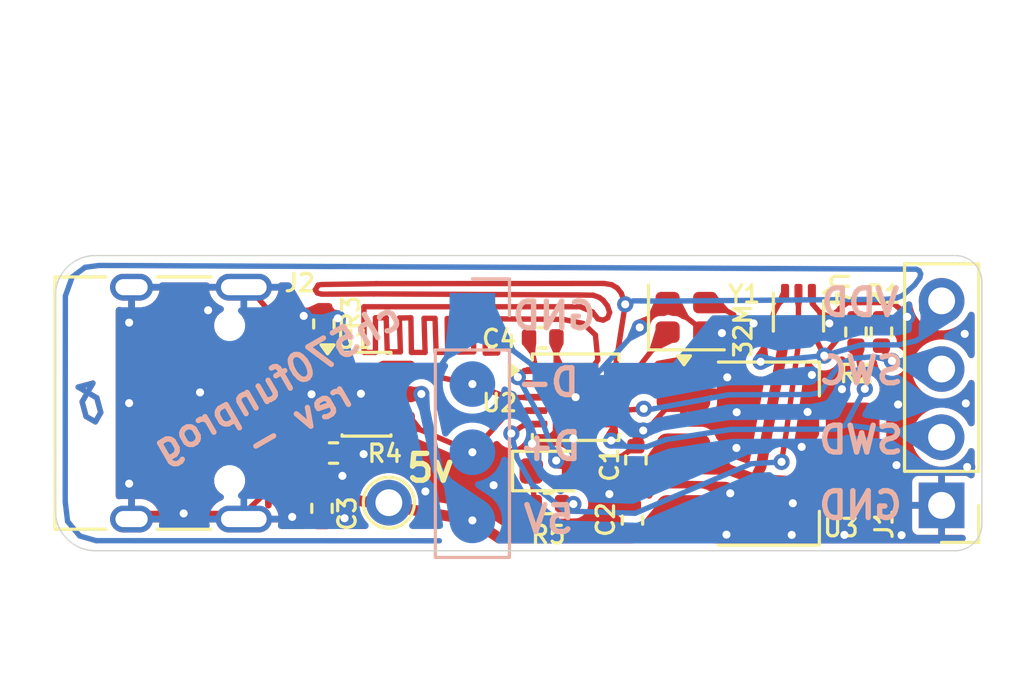
<source format=kicad_pcb>
(kicad_pcb (version 20241229) (generator "pcbnew") (generator_version "9.0")
  (layers (0 "F.Cu" signal) (2 "B.Cu" signal) (13 "F.Paste" user) (15 "B.Paste" user) (5 "F.SilkS" user "F.Silkscreen") (7 "B.SilkS" user "B.Silkscreen") (1 "F.Mask" user) (3 "B.Mask" user) (25 "Edge.Cuts" user))
  (net 0 "")
  (net 1 "GND")
  (net 2 "VDD")
  (net 3 "+5V")
  (net 4 "SWC")
  (net 5 "D-")
  (net 6 "Net-(J2-CC1)")
  (net 7 "Net-(J2-CC2)")
  (net 8 "SWD")
  (net 9 "D+")
  (net 10 "SBU2")
  (net 11 "SBU1")
  (net 12 "PCTL")
  (net 13 "Net-(J1-Pin_4)")
  (net 14 "Net-(D1-K)")
  (net 15 "Net-(U2-XI)")
  (net 16 "Net-(U2-XO)")
  (footprint "Connector_USB:USB_C_Receptacle_HRO_TYPE-C-31-M-12" (layer "F.Cu") (at 123.89 82.25 -90)
    (property "Reference" "J2" (at -4.48 -5.21 0) (layer "F.SilkS") (effects (font (size 0.65 0.65) (thickness 0.12))))
    (property "Value" "USB_C_Receptacle_USB2.0")
    (pad "" np_thru_hole circle (at -2.89 -2.6 270) (size 0.65 0.65) (drill 0.65) (layers "*.Cu" "*.Mask"))
    (pad "" np_thru_hole circle (at 2.89 -2.6 270) (size 0.65 0.65) (drill 0.65) (layers "*.Cu" "*.Mask"))
    (pad "A1" smd rect (at -3.25 -4.045 270) (size 0.6 1.45) (layers "F.Cu" "F.Mask" "F.Paste") (net 1 "GND"))
    (pad "A4" smd rect (at -2.45 -4.045 270) (size 0.6 1.45) (layers "F.Cu" "F.Mask" "F.Paste") (net 3 "+5V"))
    (pad "A5" smd rect (at -1.25 -4.045 270) (size 0.3 1.45) (layers "F.Cu" "F.Mask" "F.Paste") (net 6 "Net-(J2-CC1)"))
    (pad "A6" smd rect (at -0.25 -4.045 270) (size 0.3 1.45) (layers "F.Cu" "F.Mask" "F.Paste") (net 9 "D+"))
    (pad "A7" smd rect (at 0.25 -4.045 270) (size 0.3 1.45) (layers "F.Cu" "F.Mask" "F.Paste") (net 5 "D-"))
    (pad "A8" smd rect (at 1.25 -4.045 270) (size 0.3 1.45) (layers "F.Cu" "F.Mask" "F.Paste") (net 11 "SBU1"))
    (pad "A9" smd rect (at 2.45 -4.045 270) (size 0.6 1.45) (layers "F.Cu" "F.Mask" "F.Paste") (net 3 "+5V"))
    (pad "A12" smd rect (at 3.25 -4.045 270) (size 0.6 1.45) (layers "F.Cu" "F.Mask" "F.Paste") (net 1 "GND"))
    (pad "B1" smd rect (at 3.25 -4.045 270) (size 0.6 1.45) (layers "F.Cu" "F.Mask" "F.Paste") (net 1 "GND"))
    (pad "B4" smd rect (at 2.45 -4.045 270) (size 0.6 1.45) (layers "F.Cu" "F.Mask" "F.Paste") (net 3 "+5V"))
    (pad "B5" smd rect (at 1.749999 -4.045 270) (size 0.3 1.45) (layers "F.Cu" "F.Mask" "F.Paste") (net 7 "Net-(J2-CC2)"))
    (pad "B6" smd rect (at 0.75 -4.045 270) (size 0.3 1.45) (layers "F.Cu" "F.Mask" "F.Paste") (net 9 "D+"))
    (pad "B7" smd rect (at -0.75 -4.045 270) (size 0.3 1.45) (layers "F.Cu" "F.Mask" "F.Paste") (net 5 "D-"))
    (pad "B8" smd rect (at -1.749999 -4.045 270) (size 0.3 1.45) (layers "F.Cu" "F.Mask" "F.Paste") (net 10 "SBU2"))
    (pad "B9" smd rect (at -2.45 -4.045 270) (size 0.6 1.45) (layers "F.Cu" "F.Mask" "F.Paste") (net 3 "+5V"))
    (pad "B12" smd rect (at -3.25 -4.045 270) (size 0.6 1.45) (layers "F.Cu" "F.Mask" "F.Paste") (net 1 "GND"))
    (pad "S1" thru_hole oval (at -4.32 -3.130001 270) (size 1 2.1) (drill oval 0.6 1.7) (property pad_prop_heatsink) (layers "*.Cu" "*.Mask") (net 1 "GND"))
    (pad "S1" thru_hole oval (at -4.32 1.05 270) (size 1 1.6) (drill oval 0.6 1.2) (property pad_prop_heatsink) (layers "*.Cu" "*.Mask") (net 1 "GND"))
    (pad "S1" thru_hole oval (at 4.32 -3.130001 270) (size 1 2.1) (drill oval 0.6 1.7) (property pad_prop_heatsink) (layers "*.Cu" "*.Mask") (net 1 "GND"))
    (pad "S1" thru_hole oval (at 4.32 1.05 270) (size 1 1.6) (drill oval 0.6 1.2) (property pad_prop_heatsink) (layers "*.Cu" "*.Mask") (net 1 "GND"))
  )
  (footprint "Resistor_SMD:R_0402_1005Metric" (layer "F.Cu") (at 130 79.3 90)
    (property "Reference" "R3" (at 0.41 1.01 90) (layer "F.SilkS") (effects (font (size 0.65 0.65) (thickness 0.12))))
    (property "Value" "5.1k")
    (pad "1" smd roundrect (at -0.51 0 90) (size 0.54 0.64) (layers "F.Cu" "F.Mask" "F.Paste") (net 6 "Net-(J2-CC1)"))
    (pad "2" smd roundrect (at 0.51 0 90) (size 0.54 0.64) (layers "F.Cu" "F.Mask" "F.Paste") (net 1 "GND"))
  )
  (footprint "TestPoint:TestPoint_Pad_D1.5mm" (layer "F.Cu") (at 132.42 85.96)
    (property "Reference" "TP1" (hide yes))
    (property "Value" "5v" (at 1.55 -1.29 0) (layer "F.SilkS") (effects (font (thickness 0.2) (bold yes))))
    (pad "1" thru_hole circle (at 0 0) (size 1.7 1.7) (drill 1) (layers "*.Cu" "*.Mask") (net 3 "+5V"))
  )
  (footprint "Resistor_SMD:R_0402_1005Metric" (layer "F.Cu") (at 141.49 86.61 -90)
    (property "Reference" "C2" (at -0.02 1 90) (layer "F.SilkS") (effects (font (size 0.65 0.65) (thickness 0.12))))
    (property "Value" "2.2u")
    (pad "1" smd roundrect (at -0.51 0 270) (size 0.54 0.64) (layers "F.Cu" "F.Mask" "F.Paste") (net 1 "GND"))
    (pad "2" smd roundrect (at 0.51 0 270) (size 0.54 0.64) (layers "F.Cu" "F.Mask" "F.Paste") (net 3 "+5V"))
  )
  (footprint "Resistor_SMD:R_0402_1005Metric" (layer "F.Cu") (at 129.93 86.17 90)
    (property "Reference" "C3" (at -0.2 0.94 90) (layer "F.SilkS") (effects (font (size 0.65 0.65) (thickness 0.12))))
    (property "Value" "2.2u")
    (pad "1" smd roundrect (at -0.51 0 90) (size 0.54 0.64) (layers "F.Cu" "F.Mask" "F.Paste") (net 1 "GND"))
    (pad "2" smd roundrect (at 0.51 0 90) (size 0.54 0.64) (layers "F.Cu" "F.Mask" "F.Paste") (net 3 "+5V"))
  )
  (footprint "Package_TO_SOT_SMD:SOT-23-6" (layer "F.Cu") (at 131.5875 81.92)
    (property "Reference" "U1" (at -0.4675 -2.04 0) (layer "F.SilkS") (effects (font (size 0.65 0.65) (thickness 0.12))))
    (property "Value" "USBLC6-2SC6")
    (pad "1" smd roundrect (at -1.1375 -0.95) (size 1.325 0.6) (layers "F.Cu" "F.Mask" "F.Paste") (net 5 "D-"))
    (pad "2" smd roundrect (at -1.1375 0) (size 1.325 0.6) (layers "F.Cu" "F.Mask" "F.Paste") (net 1 "GND"))
    (pad "3" smd roundrect (at -1.1375 0.95) (size 1.325 0.6) (layers "F.Cu" "F.Mask" "F.Paste") (net 9 "D+"))
    (pad "4" smd roundrect (at 1.1375 0.95) (size 1.325 0.6) (layers "F.Cu" "F.Mask" "F.Paste") (net 9 "D+"))
    (pad "5" smd roundrect (at 1.1375 0) (size 1.325 0.6) (layers "F.Cu" "F.Mask" "F.Paste") (net 3 "+5V"))
    (pad "6" smd roundrect (at 1.1375 -0.95) (size 1.325 0.6) (layers "F.Cu" "F.Mask" "F.Paste") (net 5 "D-"))
  )
  (footprint "Resistor_SMD:R_0402_1005Metric" (layer "F.Cu") (at 138.36 85.99 180)
    (property "Reference" "R5" (at 0 -1.17 0) (layer "F.SilkS") (effects (font (size 0.65 0.65) (thickness 0.12))))
    (property "Value" "5.1k")
    (pad "1" smd roundrect (at -0.51 0 180) (size 0.54 0.64) (layers "F.Cu" "F.Mask" "F.Paste") (net 12 "PCTL"))
    (pad "2" smd roundrect (at 0.51 0 180) (size 0.54 0.64) (layers "F.Cu" "F.Mask" "F.Paste") (net 14 "Net-(D1-K)"))
  )
  (footprint "Package_DFN_QFN:DFN-10-1EP_3x3mm_P0.5mm_EP1.7x2.5mm" (layer "F.Cu") (at 139.3725 82.03)
    (property "Reference" "U2" (at -2.8325 0.21 0) (layer "F.SilkS") (effects (font (size 0.65 0.65) (thickness 0.12))))
    (property "Value" "CH570Q")
    (pad "1" smd roundrect (at -1.4625 -1) (size 0.825 0.25) (layers "F.Cu" "F.Mask" "F.Paste") (net 2 "VDD"))
    (pad "2" smd roundrect (at -1.4625 -0.5) (size 0.825 0.25) (layers "F.Cu" "F.Mask" "F.Paste") (net 2 "VDD"))
    (pad "3" smd roundrect (at -1.4625 0) (size 0.825 0.25) (layers "F.Cu" "F.Mask" "F.Paste") (net 5 "D-"))
    (pad "4" smd roundrect (at -1.4625 0.5) (size 0.825 0.25) (layers "F.Cu" "F.Mask" "F.Paste") (net 9 "D+"))
    (pad "5" smd roundrect (at -1.4625 1) (size 0.825 0.25) (layers "F.Cu" "F.Mask" "F.Paste") (net 12 "PCTL"))
    (pad "6" smd roundrect (at 1.4625 1) (size 0.825 0.25) (layers "F.Cu" "F.Mask" "F.Paste") (net 8 "SWD"))
    (pad "7" smd roundrect (at 1.4625 0.5) (size 0.825 0.25) (layers "F.Cu" "F.Mask" "F.Paste") (net 4 "SWC"))
    (pad "8" smd roundrect (at 1.4625 0) (size 0.825 0.25) (layers "F.Cu" "F.Mask" "F.Paste") (net 16 "Net-(U2-XO)"))
    (pad "9" smd roundrect (at 1.4625 -0.5) (size 0.825 0.25) (layers "F.Cu" "F.Mask" "F.Paste") (net 15 "Net-(U2-XI)"))
    (pad "10" smd roundrect (at 1.4625 -1) (size 0.825 0.25) (layers "F.Cu" "F.Mask" "F.Paste") (net 1 "GND"))
    (pad "11" smd rect (at 0 0) (size 1.7 2.5) (property pad_prop_heatsink) (layers "F.Cu" "F.Mask") (net 1 "GND"))
  )
  (footprint "LED_SMD:LED_0603_1608Metric" (layer "F.Cu") (at 138.51 84.78)
    (property "Reference" "D1" (hide yes))
    (property "Value" "LED" (hide yes))
    (pad "1" smd roundrect (at -0.7875 0) (size 0.875 0.95) (layers "F.Cu" "F.Mask" "F.Paste") (net 14 "Net-(D1-K)"))
    (pad "2" smd roundrect (at 0.7875 0) (size 0.875 0.95) (layers "F.Cu" "F.Mask" "F.Paste") (net 2 "VDD"))
  )
  (footprint "Resistor_SMD:R_0402_1005Metric" (layer "F.Cu") (at 149.81 79.6 -90)
    (property "Reference" "R2" (at 1.56 -0.02 0) (layer "F.SilkS") (effects (font (size 0.65 0.65) (thickness 0.12))))
    (property "Value" "5.1k")
    (pad "1" smd roundrect (at -0.51 0 270) (size 0.54 0.64) (layers "F.Cu" "F.Mask" "F.Paste") (net 13 "Net-(J1-Pin_4)"))
    (pad "2" smd roundrect (at 0.51 0 270) (size 0.54 0.64) (layers "F.Cu" "F.Mask" "F.Paste") (net 8 "SWD"))
  )
  (footprint "Resistor_SMD:R_0402_1005Metric" (layer "F.Cu") (at 141.6175 84.365 -90)
    (property "Reference" "C1" (at 0.175 0.9775 90) (layer "F.SilkS") (effects (font (size 0.65 0.65) (thickness 0.12))))
    (property "Value" "2.2u")
    (pad "1" smd roundrect (at -0.51 0 270) (size 0.54 0.64) (layers "F.Cu" "F.Mask" "F.Paste") (net 1 "GND"))
    (pad "2" smd roundrect (at 0.51 0 270) (size 0.54 0.64) (layers "F.Cu" "F.Mask" "F.Paste") (net 2 "VDD"))
  )
  (footprint "Resistor_SMD:R_0402_1005Metric" (layer "F.Cu") (at 130.36 84.11)
    (property "Reference" "R4" (at 1.91 0.02 0) (layer "F.SilkS") (effects (font (size 0.65 0.65) (thickness 0.12))))
    (property "Value" "5.1k")
    (pad "1" smd roundrect (at -0.51 0) (size 0.54 0.64) (layers "F.Cu" "F.Mask" "F.Paste") (net 7 "Net-(J2-CC2)"))
    (pad "2" smd roundrect (at 0.51 0) (size 0.54 0.64) (layers "F.Cu" "F.Mask" "F.Paste") (net 1 "GND"))
  )
  (footprint "Resistor_SMD:R_0402_1005Metric" (layer "F.Cu") (at 138.1475 79.815 180)
    (property "Reference" "C4" (at 1.6175 -0.035 0) (layer "F.SilkS") (effects (font (size 0.65 0.65) (thickness 0.12))))
    (property "Value" "2.2u")
    (pad "1" smd roundrect (at -0.51 0 180) (size 0.54 0.64) (layers "F.Cu" "F.Mask" "F.Paste") (net 1 "GND"))
    (pad "2" smd roundrect (at 0.51 0 180) (size 0.54 0.64) (layers "F.Cu" "F.Mask" "F.Paste") (net 2 "VDD"))
  )
  (footprint "Connector_PinHeader_2.54mm:PinHeader_1x04_P2.54mm_Vertical" (layer "F.Cu") (at 153 86.06 180)
    (property "Reference" "J1" (at 2.14 -0.69 90) (layer "F.SilkS") (effects (font (size 0.65 0.65) (thickness 0.12))))
    (property "Value" "DEVPGM")
    (pad "1" thru_hole rect (at 0 0 180) (size 1.7 1.7) (drill 1) (layers "*.Cu" "*.Mask") (net 1 "GND"))
    (pad "2" thru_hole circle (at 0 2.54 180) (size 1.7 1.7) (drill 1) (layers "*.Cu" "*.Mask") (net 8 "SWD"))
    (pad "3" thru_hole circle (at 0 5.08 180) (size 1.7 1.7) (drill 1) (layers "*.Cu" "*.Mask") (net 4 "SWC"))
    (pad "4" thru_hole circle (at 0 7.62 180) (size 1.7 1.7) (drill 1) (layers "*.Cu" "*.Mask") (net 13 "Net-(J1-Pin_4)"))
  )
  (footprint "Package_TO_SOT_SMD:SOT-563" (layer "F.Cu") (at 147.67 78.8575 -90)
    (property "Reference" "U4" (at -0.8375 -1.51 270) (layer "F.SilkS") (effects (font (size 0.65 0.65) (thickness 0.12))))
    (property "Value" "DMC2400UV")
    (pad "1" smd roundrect (at -0.7125 -0.5 270) (size 0.675 0.3) (layers "F.Cu" "F.Mask" "F.Paste") (net 1 "GND"))
    (pad "2" smd roundrect (at -0.7125 0 270) (size 0.675 0.3) (layers "F.Cu" "F.Mask" "F.Paste") (net 12 "PCTL"))
    (pad "3" smd roundrect (at -0.7125 0.5 270) (size 0.675 0.3) (layers "F.Cu" "F.Mask" "F.Paste") (net 13 "Net-(J1-Pin_4)"))
    (pad "4" smd roundrect (at 0.7125 0.5 270) (size 0.675 0.3) (layers "F.Cu" "F.Mask" "F.Paste") (net 2 "VDD"))
    (pad "5" smd roundrect (at 0.7125 0 270) (size 0.675 0.3) (layers "F.Cu" "F.Mask" "F.Paste") (net 12 "PCTL"))
    (pad "6" smd roundrect (at 0.7125 -0.5 270) (size 0.675 0.3) (layers "F.Cu" "F.Mask" "F.Paste") (net 13 "Net-(J1-Pin_4)"))
  )
  (footprint "Crystal:Crystal_SMD_2016-4Pin_2.0x1.6mm" (layer "F.Cu") (at 143.4975 79.055)
    (property "Reference" "Y1" (at 2.1525 -0.865 0) (layer "F.SilkS") (effects (font (size 0.65 0.65) (thickness 0.12))))
    (property "Value" "32M" (at 2.1125 0.505 90) (layer "F.SilkS") (effects (font (size 0.65 0.65) (thickness 0.12))))
    (pad "1" smd roundrect (at -0.7 0.55) (size 0.9 0.8) (layers "F.Cu" "F.Mask" "F.Paste") (net 15 "Net-(U2-XI)"))
    (pad "2" smd roundrect (at 0.7 0.55) (size 0.9 0.8) (layers "F.Cu" "F.Mask" "F.Paste") (net 1 "GND"))
    (pad "3" smd roundrect (at 0.7 -0.55) (size 0.9 0.8) (layers "F.Cu" "F.Mask" "F.Paste") (net 16 "Net-(U2-XO)"))
    (pad "4" smd roundrect (at -0.7 -0.55) (size 0.9 0.8) (layers "F.Cu" "F.Mask" "F.Paste") (net 1 "GND"))
  )
  (footprint "Package_TO_SOT_SMD:SOT-223-3_TabPin2" (layer "F.Cu") (at 146.538409 84.13)
    (property "Reference" "U3" (at 2.7125 2.7675 0) (layer "F.SilkS") (effects (font (size 0.65 0.65) (thickness 0.12))))
    (property "Value" "AMS1117-3.3")
    (pad "1" smd roundrect (at -3.15 -2.3) (size 2 1.5) (layers "F.Cu" "F.Mask" "F.Paste") (net 1 "GND"))
    (pad "2" smd roundrect (at -3.15 0) (size 2 1.5) (layers "F.Cu" "F.Mask" "F.Paste") (net 2 "VDD"))
    (pad "2" smd roundrect (at 3.15 0) (size 2 3.8) (layers "F.Cu" "F.Mask" "F.Paste") (net 2 "VDD"))
    (pad "3" smd roundrect (at -3.15 2.3) (size 2 1.5) (layers "F.Cu" "F.Mask" "F.Paste") (net 3 "+5V"))
  )
  (footprint "Resistor_SMD:R_0402_1005Metric" (layer "F.Cu") (at 150.76 79.6 -90)
    (property "Reference" "R1" (at -1.4 -0.08 0) (layer "F.SilkS") (effects (font (size 0.65 0.65) (thickness 0.12))))
    (property "Value" "5.1k")
    (pad "1" smd roundrect (at -0.51 0 270) (size 0.54 0.64) (layers "F.Cu" "F.Mask" "F.Paste") (net 13 "Net-(J1-Pin_4)"))
    (pad "2" smd roundrect (at 0.51 0 270) (size 0.54 0.64) (layers "F.Cu" "F.Mask" "F.Paste") (net 4 "SWC"))
  )
  (footprint "Connector_PinHeader_2.54mm:PinHeader_1x04_P2.54mm_Vertical" (layer "B.Cu") (at 135.53 79 180)
    (property "Reference" "J3" (hide yes))
    (property "Value" "COREPGM")
    (pad "1" smd rect (at 0 0 180) (size 1.7 1.7) (layers "B.Cu" "B.Mask" "B.Paste") (net 1 "GND"))
    (pad "2" smd circle (at 0 -2.54 180) (size 1.7 1.7) (layers "B.Cu" "B.Mask" "B.Paste") (net 5 "D-"))
    (pad "3" smd circle (at 0 -5.08 180) (size 1.7 1.7) (layers "B.Cu" "B.Mask" "B.Paste") (net 9 "D+"))
    (pad "4" smd circle (at 0 -7.62 180) (size 1.7 1.7) (layers "B.Cu" "B.Mask" "B.Paste") (net 3 "+5V"))
  )
  (gr_line (start 121.54641 82.05359) (end 121.69282 82.6) (stroke (width 0.2)) (layer "F.Cu"))
  (gr_line (start 121 82.2) (end 121.4 81.50718) (stroke (width 0.2)) (layer "F.Cu"))
  (gr_line (start 121.69282 82.6) (end 121.49282 82.94641) (stroke (width 0.2)) (layer "F.Cu"))
  (gr_line (start 121.4 81.50718) (end 120.85359 81.65359) (stroke (width 0.2)) (layer "F.Cu"))
  (gr_line (start 121.49282 82.94641) (end 121.14641 82.74641) (stroke (width 0.2)) (layer "F.Cu"))
  (gr_line (start 120.85359 81.65359) (end 121.54641 82.05359) (stroke (width 0.2)) (layer "F.Cu"))
  (gr_line (start 121.14641 82.74641) (end 121 82.2) (stroke (width 0.2)) (layer "F.Cu"))
  (gr_line (start 121.14641 82.74641) (end 121.49282 82.94641) (stroke (width 0.2)) (layer "B.Cu"))
  (gr_line (start 121.69282 82.6) (end 121.54641 82.05359) (stroke (width 0.2)) (layer "B.Cu"))
  (gr_line (start 120.85359 81.65359) (end 121.4 81.50718) (stroke (width 0.2)) (layer "B.Cu"))
  (gr_line (start 121.54641 82.05359) (end 120.85359 81.65359) (stroke (width 0.2)) (layer "B.Cu"))
  (gr_line (start 121.49282 82.94641) (end 121.69282 82.6) (stroke (width 0.2)) (layer "B.Cu"))
  (gr_line (start 121.4 81.50718) (end 121 82.2) (stroke (width 0.2)) (layer "B.Cu"))
  (gr_line (start 121 82.2) (end 121.14641 82.74641) (stroke (width 0.2)) (layer "B.Cu"))
  (gr_line (start 120 86.25) (end 120 78.25) (stroke (width 0.05)) (layer "Edge.Cuts"))
  (gr_arc (start 154.5 86.75) (mid 154.207107 87.457107) (end 153.5 87.75) (stroke (width 0.05)) (layer "Edge.Cuts"))
  (gr_arc (start 121.5 87.75) (mid 120.43934 87.31066) (end 120 86.25) (stroke (width 0.05)) (layer "Edge.Cuts"))
  (gr_arc (start 153.5 76.75) (mid 154.207107 77.042893) (end 154.5 77.75) (stroke (width 0.05)) (layer "Edge.Cuts"))
  (gr_line (start 121.5 87.75) (end 153.5 87.75) (stroke (width 0.05)) (layer "Edge.Cuts"))
  (gr_arc (start 120 78.25) (mid 120.43934 77.18934) (end 121.5 76.75) (stroke (width 0.05)) (layer "Edge.Cuts"))
  (gr_line (start 154.5 86.75) (end 154.5 77.75) (stroke (width 0.05)) (layer "Edge.Cuts"))
  (gr_line (start 121.5 76.75) (end 153.5 76.75) (stroke (width 0.05)) (layer "Edge.Cuts"))
  (gr_text "5V" (at 138.37 86.58 0) (layer "B.SilkS") (effects (font (size 1 1) (thickness 0.2) (bold yes)) (justify mirror)))
  (gr_text "VDD" (at 149.97 78.5 0) (layer "B.SilkS") (effects (font (size 1 1) (thickness 0.2) (bold yes)) (justify mirror)))
  (gr_text "SWC" (at 150 81.04 0) (layer "B.SilkS") (effects (font (size 1 1) (thickness 0.2) (bold yes)) (justify mirror)))
  (gr_text "ch570funprog\nrev -" (at 128.66 82.15 30) (layer "B.SilkS") (effects (font (size 1 1) (thickness 0.2) (bold yes)) (justify mirror)))
  (gr_text "GND" (at 138.57 78.99 0) (layer "B.SilkS") (effects (font (size 1 1) (thickness 0.2) (bold yes)) (justify mirror)))
  (gr_text "D+" (at 138.43 83.86 0) (layer "B.SilkS") (effects (font (size 1 1) (thickness 0.2) (bold yes)) (justify mirror)))
  (gr_text "D-" (at 138.35 81.48 0) (layer "B.SilkS") (effects (font (size 1 1) (thickness 0.2) (bold yes)) (justify mirror)))
  (gr_text "SWD" (at 150 83.62 0) (layer "B.SilkS") (effects (font (size 1 1) (thickness 0.2) (bold yes)) (justify mirror)))
  (gr_text "GND" (at 149.98 86.06 0) (layer "B.SilkS") (effects (font (size 1 1) (thickness 0.2) (bold yes)) (justify mirror)))
  (segment (start 131.92 80.36) (end 131.5 80.36) (width 0.2) (layer "F.Cu") (net 1))
  (segment (start 131.87 78.18) (end 129.92 78.19) (width 0.2) (layer "F.Cu") (net 1))
  (segment (start 129.68 78.03) (end 129.79 77.85) (width 0.2) (layer "F.Cu") (net 1))
  (segment (start 141.49 85.484318) (end 141.99 85.49) (width 0.2) (layer "F.Cu") (net 1))
  (segment (start 138.650995 80.485) (end 139.3725 82.03) (width 0.2) (layer "F.Cu") (net 1))
  (segment (start 130.45 81.92) (end 129.54 81.92) (width 0.2) (layer "F.Cu") (net 1))
  (segment (start 140.92 77.96) (end 141.07 78.15) (width 0.2) (layer "F.Cu") (net 1))
  (segment (start 140.56 78.63) (end 140.4 78.42) (width 0.2) (layer "F.Cu") (net 1))
  (segment (start 137.57 86.68) (end 139.58 86.64) (width 0.2) (layer "F.Cu") (net 1))
  (segment (start 141.22 78.57) (end 140.835 81.03) (width 0.2) (layer "F.Cu") (net 1))
  (segment (start 148.82 79.28) (end 148.19 78.55) (width 0.2) (layer "F.Cu") (net 1))
  (segment (start 134.14 79.09) (end 133.73 79.09) (width 0.2) (layer "F.Cu") (net 1))
  (segment (start 132.81 79.08) (end 132.85 80.34) (width 0.2) (layer "F.Cu") (net 1))
  (segment (start 124.78 86.36) (end 122.84 86.36) (width 0.2) (layer "F.Cu") (net 1))
  (segment (start 133.26 80.36) (end 133.24 79.07) (width 0.2) (layer "F.Cu") (net 1))
  (segment (start 135.99 79.09) (end 135.56 79.08) (width 0.2) (layer "F.Cu") (net 1))
  (segment (start 141.11 85.48) (end 141.49 85.484318) (width 0.2) (layer "F.Cu") (net 1))
  (segment (start 139.55 78.66) (end 140 78.85) (width 0.2) (layer "F.Cu") (net 1))
  (segment (start 149.21 78.72) (end 149.49 78.51) (width 0.2) (layer "F.Cu") (net 1))
  (segment (start 148.19 78.55) (end 148.17 78.145) (width 0.2) (layer "F.Cu") (net 1))
  (segment (start 141.49 86.1) (end 141.49 85.484318) (width 0.2) (layer "F.Cu") (net 1))
  (segment (start 135.56 79.08) (end 135.58 80.34) (width 0.2) (layer "F.Cu") (net 1))
  (segment (start 145.02 81.29) (end 143.388409 81.83) (width 0.2) (layer "F.Cu") (net 1))
  (segment (start 134.61 80.36) (end 134.18 80.36) (width 0.2) (layer "F.Cu") (net 1))
  (segment (start 142.7975 78.505) (end 141.76 79.43) (width 0.2) (layer "F.Cu") (net 1))
  (segment (start 139.58 86.64) (end 141.48 86.19) (width 0.2) (layer "F.Cu") (net 1))
  (segment (start 140.43 77.79) (end 140.72 77.84) (width 0.2) (layer "F.Cu") (net 1))
  (segment (start 138.6475 80.845) (end 139.3725 82.03) (width 0.2) (layer "F.Cu") (net 1))
  (segment (start 151.72 81.47) (end 151.38 82.3) (width 0.2) (layer "F.Cu") (net 1))
  (segment (start 129 78.79) (end 129.25 79) (width 0.2) (layer "F.Cu") (net 1))
  (segment (start 144.1975 79.605) (end 142.7975 78.505) (width 0.2) (layer "F.Cu") (net 1))
  (segment (start 140 78.85) (end 140.2 79.11) (width 0.2) (layer "F.Cu") (net 1))
  (segment (start 132.32 79.07) (end 131.92 79.07) (width 0.2) (layer "F.Cu") (net 1))
  (segment (start 140.57 79.07) (end 140.64 78.87) (width 0.2) (layer "F.Cu") (net 1))
  (segment (start 131.95 77.8) (end 140.43 77.79) (width 0.2) (layer "F.Cu") (net 1))
  (segment (start 127.020001 86.36) (end 124.78 86.36) (width 0.2) (layer "F.Cu") (net 1))
  (segment (start 139.51 78.22) (end 131.87 78.18) (width 0.2) (layer "F.Cu") (net 1))
  (segment (start 140.63 85.64) (end 141.11 85.48) (width 0.2) (layer "F.Cu") (net 1))
  (segment (start 140.2 79.11) (end 140.4 79.16) (width 0.2) (layer "F.Cu") (net 1))
  (segment (start 140.4 78.42) (end 140.25 78.31) (width 0.2) (layer "F.Cu") (net 1))
  (segment (start 144.1975 79.605) (end 144.82 79.64) (width 0.2) (layer "F.Cu") (net 1))
  (segment (start 149.49 78.51) (end 151.15 78.5) (width 0.2) (layer "F.Cu") (net 1))
  (segment (start 148.17 81.2) (end 148.01 82.58) (width 0.2) (layer "F.Cu") (net 1))
  (segment (start 141.8975 83.405) (end 141.6175 83.855) (width 0.2) (layer "F.Cu") (net 1))
  (segment (start 138.6575 79.815) (end 138.650995 80.485) (width 0.2) (layer "F.Cu") (net 1))
  (segment (start 138.650995 80.485) (end 138.6475 80.845) (width 0.2) (layer "F.Cu") (net 1))
  (segment (start 132.85 80.34) (end 132.36 80.34) (width 0.2) (layer "F.Cu") (net 1))
  (segment (start 152.13 79.64) (end 152.05 79.97) (width 0.2) (layer "F.Cu") (net 1))
  (segment (start 129.93 86.68) (end 127.935 85.5) (width 0.2) (layer "F.Cu") (net 1))
  (segment (start 141.99 85.49) (end 142.38 85.3) (width 0.2) (layer "F.Cu") (net 1))
  (segment (start 139.65 79.28) (end 138.9 79.13) (width 0.2) (layer "F.Cu") (net 1))
  (segment (start 151.43 78.72) (end 151.63 78.91) (width 0.2) (layer "F.Cu") (net 1))
  (segment (start 130.77 86.54) (end 129.93 86.68) (width 0.2) (layer "F.Cu") (net 1))
  (segment (start 138.9 79.13) (end 136.47 79.11) (width 0.2) (layer "F.Cu") (net 1))
  (segment (start 151.76 80.74) (end 151.72 81.47) (width 0.2) (layer "F.Cu") (net 1))
  (segment (start 149.29 81.73) (end 148.17 81.2) (width 0.2) (layer "F.Cu") (net 1))
  (segment (start 135.58 80.34) (end 135.02 80.35) (width 0.2) (layer "F.Cu") (net 1))
  (segment (start 129.94 77.83) (end 131.95 77.8) (width 0.2) (layer "F.Cu") (net 1))
  (segment (start 148.01 82.58) (end 147.79 83.88) (width 0.2) (layer "F.Cu") (net 1))
  (segment (start 151.715366 79.034634) (end 152.13 79.64) (width 0.2) (layer "F.Cu") (net 1))
  (segment (start 140.7375 84.475) (end 140.1275 84.265) (width 0.2) (layer "F.Cu") (net 1))
  (segment (start 133.77 80.36) (end 133.26 80.36) (width 0.2) (layer "F.Cu") (net 1))
  (segment (start 151.63 78.91) (end 151.715366 79.034634) (width 0.2) (layer "F.Cu") (net 1))
  (segment (start 133.24 79.07) (end 132.81 79.08) (width 0.2) (layer "F.Cu") (net 1))
  (segment (start 127.935 78.79) (end 127.020001 77.72) (width 0.2) (layer "F.Cu") (net 1))
  (segment (start 137.57 86.68) (end 137.21 86.66) (width 0.2) (layer "F.Cu") (net 1))
  (segment (start 141.8975 83.405) (end 143.3875 81.7225) (width 0.2) (layer "F.Cu") (net 1))
  (segment (start 152.05 79.97) (end 151.76 80.74) (width 0.2) (layer "F.Cu") (net 1))
  (segment (start 130.45 81.92) (end 131.38 81.9) (width 0.2) (layer "F.Cu") (net 1))
  (segment (start 127.935 85.5) (end 127.020001 86.36) (width 0.2) (layer "F.Cu") (net 1))
  (segment (start 129.79 77.85) (end 129.94 77.83) (width 0.2) (layer "F.Cu") (net 1))
  (segment (start 140.11 79.71) (end 139.65 79.28) (width 0.2) (layer "F.Cu") (net 1))
  (segment (start 140.72 77.84) (end 140.92 77.96) (width 0.2) (layer "F.Cu") (net 1))
  (segment (start 140.25 78.31) (end 140.03 78.23) (width 0.2) (layer "F.Cu") (net 1))
  (segment (start 139.9 81.07) (end 140.2 80.64) (width 0.2) (layer "F.Cu") (net 1))
  (segment (start 141.07 78.15) (end 141.22 78.57) (width 0.2) (layer "F.Cu") (net 1))
  (segment (start 151.15 78.5) (end 151.43 78.72) (width 0.2) (layer "F.Cu") (net 1))
  (segment (start 130.52 79.09) (end 130.08 78.79) (width 0.2) (layer "F.Cu") (net 1))
  (segment (start 136.47 80.38) (end 136.01 80.39) (width 0.2) (layer "F.Cu") (net 1))
  (segment (start 130.87 84.11) (end 131.48 84.15) (width 0.2) (layer "F.Cu") (net 1))
  (segment (start 133.73 79.09) (end 133.77 80.36) (width 0.2) (layer "F.Cu") (net 1))
  (segment (start 131.49 78.66) (end 139.55 78.66) (width 0.2) (layer "F.Cu") (net 1))
  (segment (start 134.99 79.09) (end 134.59 79.1) (width 0.2) (layer "F.Cu") (net 1))
  (segment (start 134.59 79.1) (end 134.61 80.36) (width 0.2) (layer "F.Cu") (net 1))
  (segment (start 129.92 78.19) (end 129.76 78.15) (width 0.2) (layer "F.Cu") (net 1))
  (segment (start 151.38 82.3) (end 151.3075 84.655) (width 0.2) (layer "F.Cu") (net 1))
  (segment (start 131.92 79.07) (end 131.92 80.36) (width 0.2) (layer "F.Cu") (net 1))
  (segment (start 140.2 80.64) (end 140.11 79.71) (width 0.2) (layer "F.Cu") (net 1))
  (segment (start 140.03 78.23) (end 139.51 78.22) (width 0.2) (layer "F.Cu") (net 1))
  (segment (start 136.47 79.11) (end 136.47 80.38) (width 0.2) (layer "F.Cu") (net 1))
  (segment (start 148.82 79.28) (end 149.21 78.72) (width 0.2) (layer "F.Cu") (net 1))
  (segment (start 137.21 86.66) (end 136.32 85.31) (width 0.2) (layer "F.Cu") (net 1))
  (segment (start 140.4 79.16) (end 140.57 79.07) (width 0.2) (layer "F.Cu") (net 1))
  (segment (start 135.02 80.35) (end 134.99 79.09) (width 0.2) (layer "F.Cu") (net 1))
  (segment (start 140.1275 84.265) (end 139.3725 82.03) (width 0.2) (layer "F.Cu") (net 1))
  (segment (start 130.08 78.79) (end 129 78.79) (width 0.2) (layer "F.Cu") (net 1))
  (segment (start 131.5 80.36) (end 131.49 78.66) (width 0.2) (layer "F.Cu") (net 1))
  (segment (start 145.36 83.92) (end 143.3875 81.7225) (width 0.2) (layer "F.Cu") (net 1))
  (segment (start 129.76 78.15) (end 129.68 78.03) (width 0.2) (layer "F.Cu") (net 1))
  (segment (start 136.01 80.39) (end 135.99 79.09) (width 0.2) (layer "F.Cu") (net 1))
  (segment (start 141.6175 83.855) (end 140.7375 84.475) (width 0.2) (layer "F.Cu") (net 1))
  (segment (start 140.64 78.87) (end 140.56 78.63) (width 0.2) (layer "F.Cu") (net 1))
  (segment (start 132.36 80.34) (end 132.32 79.07) (width 0.2) (layer "F.Cu") (net 1))
  (segment (start 134.18 80.36) (end 134.14 79.09) (width 0.2) (layer "F.Cu") (net 1))
  (segment (start 129 78.79) (end 127.935 78.79) (width 0.2) (layer "F.Cu") (net 1))
  (via (at 145.02 81.29) (size 0.6) (drill 0.3) (layers "F.Cu" "B.Cu") (net 1))
  (via (at 149.38 87.16) (size 0.6) (drill 0.3) (layers "F.Cu" "B.Cu") (net 1))
  (via (at 128.82 86.49) (size 0.6) (drill 0.3) (layers "F.Cu" "B.Cu") (net 1))
  (via (at 148.01 82.58) (size 0.6) (drill 0.3) (layers "F.Cu" "B.Cu") (net 1))
  (via (at 151.38 82.3) (size 0.6) (drill 0.3) (layers "F.Cu" "B.Cu") (net 1))
  (via (at 129.54 81.92) (size 0.6) (drill 0.3) (layers "F.Cu" "B.Cu") (net 1))
  (via (at 130.77 86.54) (size 0.6) (drill 0.3) (layers "F.Cu" "B.Cu") (net 1))
  (via (at 145.36 83.92) (size 0.6) (drill 0.3) (layers "F.Cu" "B.Cu") (net 1))
  (via (at 122.75 85.25) (size 0.6) (drill 0.3) (layers "F.Cu" "B.Cu") (net 1))
  (via (at 133.78 85.54) (size 0.6) (drill 0.3) (layers "F.Cu" "B.Cu") (net 1))
  (via (at 137.75 83.76) (size 0.6) (drill 0.3) (layers "F.Cu" "B.Cu") (net 1))
  (via (at 141.22 78.57) (size 0.6) (drill 0.3) (layers "F.Cu" "B.Cu") (net 1))
  (via (at 153.86 79.67) (size 0.6) (drill 0.3) (layers "F.Cu" "B.Cu") (net 1))
  (via (at 146 79.28) (size 0.6) (drill 0.3) (layers "F.Cu" "B.Cu") (net 1))
  (via (at 136.32 85.31) (size 0.6) (drill 0.3) (layers "F.Cu" "B.Cu") (net 1))
  (via (at 124.78 86.36) (size 0.6) (drill 0.3) (layers "F.Cu" "B.Cu") (net 1))
  (via (at 153.9 82.26) (size 0.6) (drill 0.3) (layers "F.Cu" "B.Cu") (net 1))
  (via (at 151.32 84.56) (size 0.6) (drill 0.3) (layers "F.Cu" "B.Cu") (net 1))
  (via (at 140.63 85.64) (size 0.6) (drill 0.3) (layers "F.Cu" "B.Cu") (net 1))
  (via (at 151.715366 79.034634) (size 0.6) (drill 0.3) (layers "F.Cu" "B.Cu") (net 1))
  (via (at 147.46 85.98) (size 0.6) (drill 0.3) (layers "F.Cu" "B.Cu") (net 1))
  (via (at 129.25 79) (size 0.6) (drill 0.3) (layers "F.Cu" "B.Cu") (net 1))
  (via (at 151.51 87.17) (size 0.6) (drill 0.3) (layers "F.Cu" "B.Cu") (net 1))
  (via (at 144.82 79.64) (size 0.6) (drill 0.3) (layers "F.Cu" "B.Cu") (net 1))
  (via (at 130.52 79.09) (size 0.6) (drill 0.3) (layers "F.Cu" "B.Cu") (net 1))
  (via (at 145.13 85.61) (size 0.6) (drill 0.3) (layers "F.Cu" "B.Cu") (net 1))
  (via (at 148.17 81.2) (size 0.6) (drill 0.3) (layers "F.Cu" "B.Cu") (net 1))
  (via (at 139.29 83.57) (size 0.6) (drill 0.3) (layers "F.Cu" "B.Cu") (net 1))
  (via (at 148.82 79.28) (size 0.6) (drill 0.3) (layers "F.Cu" "B.Cu") (net 1))
  (via (at 144.99 87.15) (size 0.6) (drill 0.3) (layers "F.Cu" "B.Cu") (net 1))
  (via (at 122.75 82.25) (size 0.6) (drill 0.3) (layers "F.Cu" "B.Cu") (net 1))
  (via (at 131.48 84.15) (size 0.6) (drill 0.3) (layers "F.Cu" "B.Cu") (net 1))
  (via (at 125.39 81.85) (size 0.6) (drill 0.3) (layers "F.Cu" "B.Cu") (net 1))
  (via (at 131.38 81.9) (size 0.6) (drill 0.3) (layers "F.Cu" "B.Cu") (net 1))
  (via (at 122.75 79.25) (size 0.6) (drill 0.3) (layers "F.Cu" "B.Cu") (net 1))
  (via (at 139.3725 82.03) (size 0.6) (drill 0.3) (layers "F.Cu" "B.Cu") (net 1))
  (via (at 130.69 84.96) (size 0.6) (drill 0.3) (layers "F.Cu" "B.Cu") (net 1))
  (via (at 147.79 83.88) (size 0.6) (drill 0.3) (layers "F.Cu" "B.Cu") (net 1))
  (via (at 141.89 83.27) (size 0.6) (drill 0.3) (layers "F.Cu" "B.Cu") (net 1))
  (via (at 141.76 79.43) (size 0.6) (drill 0.3) (layers "F.Cu" "B.Cu") (net 1))
  (via (at 125.69 78.79) (size 0.6) (drill 0.3) (layers "F.Cu" "B.Cu") (net 1))
  (via (at 153.95 84.63) (size 0.6) (drill 0.3) (layers "F.Cu" "B.Cu") (net 1))
  (via (at 145.37 82.59) (size 0.6) (drill 0.3) (layers "F.Cu" "B.Cu") (net 1))
  (via (at 147.42 87.16) (size 0.6) (drill 0.3) (layers "F.Cu" "B.Cu") (net 1))
  (via (at 149.29 81.73) (size 0.6) (drill 0.3) (layers "F.Cu" "B.Cu") (net 1))
  (segment (start 146.23 81.4) (end 145.02 81.29) (width 0.2) (layer "B.Cu") (net 1))
  (segment (start 152.05 77.26) (end 152.16 77.31) (width 0.2) (layer "B.Cu") (net 1))
  (segment (start 135.5175 79.155) (end 134.25 81) (width 0.2) (layer "B.Cu") (net 1))
  (segment (start 120.91 87.2) (end 121.522519 87.375593) (width 0.2) (layer "B.Cu") (net 1))
  (segment (start 152.05 77.26) (end 121.64 77.12) (width 0.2) (layer "B.Cu") (net 1))
  (segment (start 130.52 79.09) (end 129.25 79) (width 0.2) (layer "B.Cu") (net 1))
  (segment (start 120.459147 86.65728) (end 120.91 87.2) (width 0.2) (layer "B.Cu") (net 1))
  (segment (start 143.6375 84.755) (end 141.5675 85.635) (width 0.2) (layer "B.Cu") (net 1))
  (segment (start 130.52 79.09) (end 131.239278 81.25) (width 0.2) (layer "B.Cu") (net 1))
  (segment (start 150.01 81.04) (end 150.43 81.05) (width 0.2) (layer "B.Cu") (net 1))
  (segment (start 134.25 81) (end 131.239278 81.25) (width 0.2) (layer "B.Cu") (net 1))
  (segment (start 121.11 77.19) (end 120.627463 77.552688) (width 0.2) (layer "B.Cu") (net 1))
  (segment (start 152.16 77.31) (end 152.22 77.43) (width 0.2) (layer "B.Cu") (net 1))
  (segment (start 149.58 78.39) (end 150.97 78.38) (width 0.2) (layer "B.Cu") (net 1))
  (segment (start 148.17 81.2) (end 146.23 81.4) (width 0.2) (layer "B.Cu") (net 1))
  (segment (start 149.28 81.59) (end 149.66 81.16) (width 0.2) (layer "B.Cu") (net 1))
  (segment (start 121.522519 87.375593) (end 134.3 87.38) (width 0.2) (layer "B.Cu") (net 1))
  (segment (start 151.99 77.85) (end 151.55 78.24) (width 0.2) (layer "B.Cu") (net 1))
  (segment (start 120.37 85.92) (end 120.459147 86.65728) (width 0.2) (layer "B.Cu") (net 1))
  (segment (start 145.36 83.92) (end 143.6375 84.755) (width 0.2) (layer "B.Cu") (net 1))
  (segment (start 151.3 78.34) (end 150.97 78.38) (width 0.2) (layer "B.Cu") (net 1))
  (segment (start 150.79 81.33) (end 151.38 82.3) (width 0.2) (layer "B.Cu") (net 1))
  (segment (start 121.64 77.12) (end 121.11 77.19) (width 0.2) (layer "B.Cu") (net 1))
  (segment (start 131.239278 81.25) (end 131.38 81.9) (width 0.2) (layer "B.Cu") (net 1))
  (segment (start 149.66 81.16) (end 150.01 81.04) (width 0.2) (layer "B.Cu") (net 1))
  (segment (start 152.19 77.58) (end 151.99 77.85) (width 0.2) (layer "B.Cu") (net 1))
  (segment (start 141.8 78.44) (end 142.51 78.45) (width 0.2) (layer "B.Cu") (net 1))
  (segment (start 142.51 78.45) (end 149.58 78.39) (width 0.2) (layer "B.Cu") (net 1))
  (segment (start 151.55 78.24) (end 151.3 78.34) (width 0.2) (layer "B.Cu") (net 1))
  (segment (start 150.43 81.05) (end 150.79 81.33) (width 0.2) (layer "B.Cu") (net 1))
  (segment (start 149.29 81.73) (end 149.28 81.59) (width 0.2) (layer "B.Cu") (net 1))
  (segment (start 141.52 78.44) (end 141.8 78.44) (width 0.2) (layer "B.Cu") (net 1))
  (segment (start 141.5675 85.635) (end 140.63 85.64) (width 0.2) (layer "B.Cu") (net 1))
  (segment (start 152.22 77.43) (end 152.19 77.58) (width 0.2) (layer "B.Cu") (net 1))
  (segment (start 139.3725 82.03) (end 135.5175 79.155) (width 0.2) (layer "B.Cu") (net 1))
  (segment (start 141.76 79.43) (end 139.3725 82.03) (width 0.2) (layer "B.Cu") (net 1))
  (segment (start 131.48 84.15) (end 130.77 86.54) (width 0.2) (layer "B.Cu") (net 1))
  (segment (start 131.48 84.15) (end 131.38 81.9) (width 0.2) (layer "B.Cu") (net 1))
  (segment (start 120.627463 77.552688) (end 120.374843 78.261363) (width 0.2) (layer "B.Cu") (net 1))
  (segment (start 141.22 78.57) (end 141.52 78.44) (width 0.2) (layer "B.Cu") (net 1))
  (segment (start 120.374843 78.261363) (end 120.37 85.92) (width 0.2) (layer "B.Cu") (net 1))
  (segment (start 144.93 84.68) (end 143.388409 84.13) (width 0.4) (layer "F.Cu") (net 2))
  (segment (start 137.6375 79.815) (end 137.91 81.03) (width 0.2) (layer "F.Cu") (net 2))
  (segment (start 137.91 81.53) (end 137.91 81.03) (width 0.2) (layer "F.Cu") (net 2))
  (segment (start 147.1 80.1) (end 146.28 84.604286) (width 0.4) (layer "F.Cu") (net 2))
  (segment (start 149.08 84.61) (end 149.6875 84.0225) (width 0.2) (layer "F.Cu") (net 2))
  (segment (start 137.22 81.28) (end 137.48 81.53) (width 0.2) (layer "F.Cu") (net 2))
  (segment (start 137.22 81.28) (end 137.46 81.04) (width 0.2) (layer "F.Cu") (net 2))
  (segment (start 140.26 84.99) (end 141.6175 84.875) (width 0.2) (layer "F.Cu") (net 2))
  (segment (start 139.54 84.8) (end 140.26 84.99) (width 0.2) (layer "F.Cu") (net 2))
  (segment (start 147.12 79.57) (end 147.1 80.1) (width 0.4) (layer "F.Cu") (net 2))
  (segment (start 138.65 84.39) (end 139.54 84.8) (width 0.2) (layer "F.Cu") (net 2))
  (segment (start 149.54 82.61) (end 149.688409 84.13) (width 0.2) (layer "F.Cu") (net 2))
  (segment (start 143.2475 84.005) (end 141.6175 84.875) (width 0.2) (layer "F.Cu") (net 2))
  (segment (start 146.05 85.09) (end 148.15 85.21) (width 0.4) (layer "F.Cu") (net 2))
  (segment (start 148.15 85.21) (end 148.92 85.09) (width 0.4) (layer "F.Cu") (net 2))
  (segment (start 146.28 84.604286) (end 146.05 85.09) (width 0.4) (layer "F.Cu") (net 2))
  (segment (start 137.46 81.04) (end 137.91 81.03) (width 0.2) (layer "F.Cu") (net 2))
  (segment (start 143.3875 84.0225) (end 144.18 84.6) (width 0.2) (layer "F.Cu") (net 2))
  (segment (start 146.05 85.09) (end 144.93 84.68) (width 0.4) (layer "F.Cu") (net 2))
  (segment (start 148.92 85.09) (end 149.688409 84.13) (width 0.4) (layer "F.Cu") (net 2))
  (segment (start 137.48 81.53) (end 137.91 81.53) (width 0.2) (layer "F.Cu") (net 2))
  (via (at 137.22 81.28) (size 0.6) (drill 0.3) (layers "F.Cu" "B.Cu") (net 2))
  (via (at 138.65 84.39) (size 0.6) (drill 0.3) (layers "F.Cu" "B.Cu") (net 2))
  (segment (start 137.22 81.28) (end 138.12 82.9) (width 0.2) (layer "B.Cu") (net 2))
  (segment (start 138.12 82.9) (end 138.65 84.39) (width 0.2) (layer "B.Cu") (net 2))
  (segment (start 141.44 87.28) (end 143.3875 86.3225) (width 0.4) (layer "F.Cu") (net 3))
  (segment (start 126.14 81.58) (end 126.63 80.25) (width 0.4) (layer "F.Cu") (net 3))
  (segment (start 127.935 84.7) (end 127.01 84.52) (width 0.4) (layer "F.Cu") (net 3))
  (segment (start 136.53 87.28) (end 141.44 87.28) (width 0.4) (layer "F.Cu") (net 3))
  (segment (start 128.86 84.74) (end 127.935 84.7) (width 0.4) (layer "F.Cu") (net 3))
  (segment (start 135.53 86.62) (end 131.78 85.96) (width 0.4) (layer "F.Cu") (net 3))
  (segment (start 132.725 81.92) (end 133.63 81.91) (width 0.4) (layer "F.Cu") (net 3))
  (segment (start 126.63 80.25) (end 127.11 79.93) (width 0.4) (layer "F.Cu") (net 3))
  (segment (start 128.86 84.74) (end 129.93 85.66) (width 0.4) (layer "F.Cu") (net 3))
  (segment (start 127.01 84.52) (end 126.6 84.19) (width 0.4) (layer "F.Cu") (net 3))
  (segment (start 135.53 86.62) (end 136.53 87.28) (width 0.4) (layer "F.Cu") (net 3))
  (segment (start 131.78 85.96) (end 129.93 85.66) (width 0.4) (layer "F.Cu") (net 3))
  (segment (start 126.6 84.19) (end 126.14 81.58) (width 0.4) (layer "F.Cu") (net 3))
  (segment (start 127.11 79.93) (end 127.935 79.8) (width 0.4) (layer "F.Cu") (net 3))
  (via (at 135.53 86.62) (size 0.6) (drill 0.3) (layers "F.Cu" "B.Cu") (net 3))
  (via (at 133.63 81.91) (size 0.6) (drill 0.3) (layers "F.Cu" "B.Cu") (net 3))
  (segment (start 134.2275 84.735) (end 135.4975 86.285) (width 0.4) (layer "B.Cu") (net 3))
  (segment (start 133.63 81.91) (end 134.2275 84.735) (width 0.4) (layer "B.Cu") (net 3))
  (segment (start 141.3175 82.505) (end 140.835 82.53) (width 0.2) (layer "F.Cu") (net 4))
  (segment (start 150.76 80.21) (end 151.15 80.68) (width 0.2) (layer "F.Cu") (net 4))
  (segment (start 141.91 82.46) (end 141.3175 82.505) (width 0.2) (layer "F.Cu") (net 4))
  (via (at 141.91 82.46) (size 0.6) (drill 0.3) (layers "F.Cu" "B.Cu") (net 4))
  (via (at 151.15 80.68) (size 0.6) (drill 0.3) (layers "F.Cu" "B.Cu") (net 4))
  (segment (start 145.07 81.94) (end 148.11 81.93) (width 0.2) (layer "B.Cu") (net 4))
  (segment (start 141.91 82.46) (end 141.9375 82.525) (width 0.2) (layer "B.Cu") (net 4))
  (segment (start 151.15 80.68) (end 153 80.98) (width 0.2) (layer "B.Cu") (net 4))
  (segment (start 150.48 80.52) (end 151.15 80.68) (width 0.2) (layer "B.Cu") (net 4))
  (segment (start 149.720441 80.580475) (end 150.48 80.52) (width 0.2) (layer "B.Cu") (net 4))
  (segment (start 148.49 81.85) (end 148.93 81.17) (width 0.2) (layer "B.Cu") (net 4))
  (segment (start 148.93 81.17) (end 149.26 80.76) (width 0.2) (layer "B.Cu") (net 4))
  (segment (start 141.9375 82.525) (end 145.07 81.94) (width 0.2) (layer "B.Cu") (net 4))
  (segment (start 149.26 80.76) (end 149.720441 80.580475) (width 0.2) (layer "B.Cu") (net 4))
  (segment (start 148.11 81.93) (end 148.49 81.85) (width 0.2) (layer "B.Cu") (net 4))
  (segment (start 135.53 81.54) (end 132.725 80.97) (width 0.2) (layer "F.Cu") (net 5))
  (segment (start 136.8575 82.045) (end 137.91 82.03) (width 0.2) (layer "F.Cu") (net 5))
  (segment (start 127.01 81.53) (end 127.16 81.5) (width 0.2) (layer "F.Cu") (net 5))
  (segment (start 135.53 81.54) (end 136.8575 82.045) (width 0.2) (layer "F.Cu") (net 5))
  (segment (start 128.89 81.49) (end 130.45 80.97) (width 0.2) (layer "F.Cu") (net 5))
  (segment (start 127.935 82.5) (end 127.11 82.5) (width 0.2) (layer "F.Cu") (net 5))
  (segment (start 126.88 82.05) (end 126.88 81.72) (width 0.2) (layer "F.Cu") (net 5))
  (segment (start 126.93 82.37) (end 126.88 82.05) (width 0.2) (layer "F.Cu") (net 5))
  (segment (start 128.89 81.49) (end 127.935 81.5) (width 0.2) (layer "F.Cu") (net 5))
  (segment (start 126.88 81.72) (end 127.01 81.53) (width 0.2) (layer "F.Cu") (net 5))
  (segment (start 127.16 81.5) (end 127.935 81.5) (width 0.2) (layer "F.Cu") (net 5))
  (segment (start 130.45 80.97) (end 132.725 80.97) (width 0.2) (layer "F.Cu") (net 5))
  (segment (start 127.11 82.5) (end 126.93 82.37) (width 0.2) (layer "F.Cu") (net 5))
  (via (at 135.53 81.54) (size 0.6) (drill 0.3) (layers "F.Cu" "B.Cu") (net 5))
  (segment (start 128.99 80.96) (end 127.935 81) (width 0.2) (layer "F.Cu") (net 6))
  (segment (start 129.39 80.7) (end 130.08 79.81) (width 0.2) (layer "F.Cu") (net 6))
  (segment (start 129.39 80.7) (end 128.99 80.96) (width 0.2) (layer "F.Cu") (net 6))
  (segment (start 128.93 84.01) (end 127.935 83.999999) (width 0.2) (layer "F.Cu") (net 7))
  (segment (start 129.85 84.11) (end 128.93 84.01) (width 0.2) (layer "F.Cu") (net 7))
  (segment (start 140.835 83.03) (end 140.6975 83.645) (width 0.2) (layer "F.Cu") (net 8))
  (segment (start 149.83 80.23) (end 150.14 81.72) (width 0.2) (layer "F.Cu") (net 8))
  (via (at 140.6975 83.645) (size 0.6) (drill 0.3) (layers "F.Cu" "B.Cu") (net 8))
  (via (at 150.14 81.72) (size 0.6) (drill 0.3) (layers "F.Cu" "B.Cu") (net 8))
  (segment (start 140.6975 83.645) (end 140.98 83.76) (width 0.2) (layer "B.Cu") (net 8))
  (segment (start 150.14 81.72) (end 149.43 83.061864) (width 0.2) (layer "B.Cu") (net 8))
  (segment (start 149.43 83.061864) (end 153 83.52) (width 0.2) (layer "B.Cu") (net 8))
  (segment (start 142.73 83.61) (end 145.15 83.23) (width 0.2) (layer "B.Cu") (net 8))
  (segment (start 145.15 83.23) (end 148.09 83.22) (width 0.2) (layer "B.Cu") (net 8))
  (segment (start 142.01 83.88) (end 142.73 83.61) (width 0.2) (layer "B.Cu") (net 8))
  (segment (start 141.28 83.87) (end 142.01 83.88) (width 0.2) (layer "B.Cu") (net 8))
  (segment (start 148.09 83.22) (end 149.03 83.22) (width 0.2) (layer "B.Cu") (net 8))
  (segment (start 140.98 83.76) (end 141.28 83.87) (width 0.2) (layer "B.Cu") (net 8))
  (segment (start 149.03 83.22) (end 149.43 83.061864) (width 0.2) (layer "B.Cu") (net 8))
  (segment (start 128.75 83.01) (end 128.95 82.94) (width 0.2) (layer "F.Cu") (net 9))
  (segment (start 129.28 82.54) (end 129.54 82.64) (width 0.2) (layer "F.Cu") (net 9))
  (segment (start 129.54 82.64) (end 129.76 82.85) (width 0.2) (layer "F.Cu") (net 9))
  (segment (start 132.725 82.87) (end 135.53 84.08) (width 0.2) (layer "F.Cu") (net 9))
  (segment (start 127.935 83) (end 128.75 83.01) (width 0.2) (layer "F.Cu") (net 9))
  (segment (start 129.28 82.54) (end 128.93 82.17) (width 0.2) (layer "F.Cu") (net 9))
  (segment (start 128.72 82.02) (end 127.935 82) (width 0.2) (layer "F.Cu") (net 9))
  (segment (start 129.76 82.85) (end 130.45 82.87) (width 0.2) (layer "F.Cu") (net 9))
  (segment (start 128.93 82.17) (end 128.72 82.02) (width 0.2) (layer "F.Cu") (net 9))
  (segment (start 130.45 82.87) (end 132.725 82.87) (width 0.2) (layer "F.Cu") (net 9))
  (segment (start 135.53 84.08) (end 136.9075 82.535) (width 0.2) (layer "F.Cu") (net 9))
  (segment (start 128.95 82.94) (end 129.28 82.54) (width 0.2) (layer "F.Cu") (net 9))
  (segment (start 136.9075 82.535) (end 137.91 82.53) (width 0.2) (layer "F.Cu") (net 9))
  (via (at 135.53 84.08) (size 0.6) (drill 0.3) (layers "F.Cu" "B.Cu") (net 9))
  (segment (start 136.98 83.38) (end 137.4475 83.065) (width 0.2) (layer "F.Cu") (net 12))
  (segment (start 137.4475 83.065) (end 137.91 83.03) (width 0.2) (layer "F.Cu") (net 12))
  (segment (start 147.67 78.145) (end 147.67 79.57) (width 0.2) (layer "F.Cu") (net 12))
  (segment (start 138.87 85.99) (end 139.29 86.01) (width 0.2) (layer "F.Cu") (net 12))
  (segment (start 147.67 80.05) (end 147.67 79.57) (width 0.2) (layer "F.Cu") (net 12))
  (segment (start 147.22 83.31) (end 147.67 80.05) (width 0.2) (layer "F.Cu") (net 12))
  (segment (start 147.04 84.44) (end 147.22 83.31) (width 0.2) (layer "F.Cu") (net 12))
  (via (at 136.98 83.38) (size 0.6) (drill 0.3) (layers "F.Cu" "B.Cu") (net 12))
  (via (at 147.04 84.44) (size 0.6) (drill 0.3) (layers "F.Cu" "B.Cu") (net 12))
  (via (at 139.29 86.01) (size 0.6) (drill 0.3) (layers "F.Cu" "B.Cu") (net 12))
  (segment (start 137.2 84.32) (end 136.98 83.38) (width 0.2) (layer "B.Cu") (net 12))
  (segment (start 137.2 84.32) (end 137.74 85.27) (width 0.2) (layer "B.Cu") (net 12))
  (segment (start 145.9 84.51) (end 141.5875 86.355) (width 0.2) (layer "B.Cu") (net 12))
  (segment (start 138.99 86.27) (end 139.47 86.285707) (width 0.2) (layer "B.Cu") (net 12))
  (segment (start 139.29 86.01) (end 139.47 86.285707) (width 0.2) (layer "B.Cu") (net 12))
  (segment (start 141.5875 86.355) (end 139.47 86.285707) (width 0.2) (layer "B.Cu") (net 12))
  (segment (start 137.74 85.27) (end 138.99 86.27) (width 0.2) (layer "B.Cu") (net 12))
  (segment (start 147.04 84.44) (end 145.9 84.51) (width 0.2) (layer "B.Cu") (net 12))
  (segment (start 146.61 79.36) (end 146.76 78.87) (width 0.2) (layer "F.Cu") (net 13))
  (segment (start 149.81 79.19) (end 150.76 79.19) (width 0.2) (layer "F.Cu") (net 13))
  (segment (start 148.17 79.57) (end 148.63 80.480276) (width 0.2) (layer "F.Cu") (net 13))
  (segment (start 149.28 79.67) (end 149.81 79.19) (width 0.2) (layer "F.Cu") (net 13))
  (segment (start 146.26 80.71) (end 146.61 79.36) (width 0.2) (layer "F.Cu") (net 13))
  (segment (start 146.76 78.87) (end 147.17 78.145) (width 0.2) (layer "F.Cu") (net 13))
  (segment (start 148.63 80.480276) (end 149.28 79.67) (width 0.2) (layer "F.Cu") (net 13))
  (via (at 148.63 80.480276) (size 0.6) (drill 0.3) (layers "F.Cu" "B.Cu") (net 13))
  (via (at 146.26 80.71) (size 0.6) (drill 0.3) (layers "F.Cu" "B.Cu") (net 13))
  (segment (start 152.56 79.62) (end 153 78.44) (width 0.2) (layer "B.Cu") (net 13))
  (segment (start 151.4 80.08) (end 152.04 79.93) (width 0.2) (layer "B.Cu") (net 13))
  (segment (start 148.63 80.480276) (end 150.01 80.08) (width 0.2) (layer "B.Cu") (net 13))
  (segment (start 152.04 79.93) (end 152.56 79.62) (width 0.2) (layer "B.Cu") (net 13))
  (segment (start 150.01 80.08) (end 151.4 80.08) (width 0.2) (layer "B.Cu") (net 13))
  (segment (start 146.26 80.71) (end 148.63 80.480276) (width 0.2) (layer "B.Cu") (net 13))
  (segment (start 137.85 85.99) (end 137.7225 84.78) (width 0.2) (layer "F.Cu") (net 14))
  (segment (start 141.3975 81.515) (end 141.59 81.23) (width 0.2) (layer "F.Cu") (net 15))
  (segment (start 141.59 81.23) (end 141.78 80.84) (width 0.2) (layer "F.Cu") (net 15))
  (segment (start 140.835 81.53) (end 141.3975 81.515) (width 0.2) (layer "F.Cu") (net 15))
  (segment (start 141.78 80.84) (end 142.2175 80.275) (width 0.2) (layer "F.Cu") (net 15))
  (segment (start 142.2175 80.275) (end 142.7975 79.605) (width 0.2) (layer "F.Cu") (net 15))
  (segment (start 141.42 82.02) (end 141.76 81.78) (width 0.2) (layer "F.Cu") (net 16))
  (segment (start 141.76 81.78) (end 142 81.35) (width 0.2) (layer "F.Cu") (net 16))
  (segment (start 142 81.35) (end 142.14 81.06) (width 0.2) (layer "F.Cu") (net 16))
  (segment (start 142.44 80.77) (end 144.6675 80.365) (width 0.2) (layer "F.Cu") (net 16))
  (segment (start 145.15 80.18) (end 145.42 79.89) (width 0.2) (layer "F.Cu") (net 16))
  (segment (start 145.26 78.96) (end 144.72 78.65) (width 0.2) (layer "F.Cu") (net 16))
  (segment (start 144.72 78.65) (end 144.1975 78.505) (width 0.2) (layer "F.Cu") (net 16))
  (segment (start 142.14 81.06) (end 142.44 80.77) (width 0.2) (layer "F.Cu") (net 16))
  (segment (start 145.43 79.47) (end 145.26 78.96) (width 0.2) (layer "F.Cu") (net 16))
  (segment (start 145.42 79.89) (end 145.43 79.47) (width 0.2) (layer "F.Cu") (net 16))
  (segment (start 144.6675 80.365) (end 145.15 80.18) (width 0.2) (layer "F.Cu") (net 16))
  (segment (start 140.835 82.03) (end 141.42 82.02) (width 0.2) (layer "F.Cu") (net 16))
  (zone (net 1) (net_name "GND") (layers "F.Cu" "B.Cu") (connect_pads (clearance 0.25)) (min_thickness 0.25) (fill yes (thermal_gap 0.25) (thermal_bridge_width 0.25))
    (polygon (pts (xy 122.25 77.75) (xy 128.75 77.75) (xy 129.433679 78.922021) (xy 130.519685 79.089052) (xy 131.019903 80.74) (xy 140.21 80.75) (xy 140.21 81.2) (xy 140.43 81.2) (xy 140.42 80.75) (xy 143 80.75) (xy 144.4475 78.98) (xy 151.19 78.96) (xy 152.5 77.75) (xy 153 76.75) (xy 155 76.75) (xy 155 87.75) (xy 135 87.75) (xy 134.683833 86.940827) (xy 134.37 86.94) (xy 122.25 86.940827)))
  )
)
</source>
